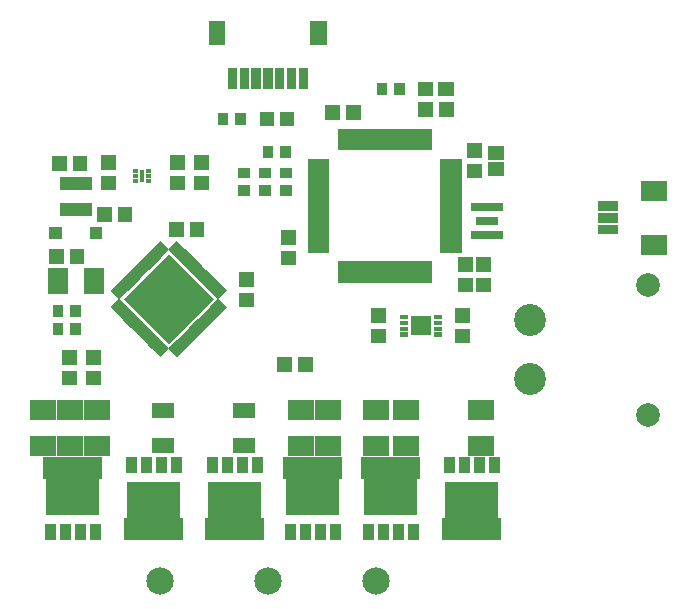
<source format=gts>
G04 Layer: TopSolderMaskLayer*
G04 EasyEDA v6.4.17, 2021-03-02T09:49:47--3:00*
G04 75982556833f470fbfa1e054b907e15e,59636247558045d2802cba280e4ac9d9,10*
G04 Gerber Generator version 0.2*
G04 Scale: 100 percent, Rotated: No, Reflected: No *
G04 Dimensions in inches *
G04 leading zeros omitted , absolute positions ,3 integer and 6 decimal *
%FSLAX36Y36*%
%MOIN*%

%ADD64R,0.0510X0.0470*%
%ADD80R,0.0158X0.0410*%
%ADD81C,0.0907*%
%ADD87C,0.1064*%
%ADD88C,0.0789*%

%LPD*%
G36*
X549200Y-25199D02*
G01*
X549200Y6400D01*
X618199Y6400D01*
X618199Y-25199D01*
G37*
G36*
X549200Y14200D02*
G01*
X549200Y45799D01*
X618199Y45799D01*
X618199Y14200D01*
G37*
G36*
X549200Y53599D02*
G01*
X549200Y85200D01*
X618199Y85200D01*
X618199Y53599D01*
G37*
G36*
X692900Y87000D02*
G01*
X692900Y154099D01*
X779600Y154099D01*
X779600Y87000D01*
G37*
G36*
X692900Y-94100D02*
G01*
X692900Y-26999D01*
X779600Y-26999D01*
X779600Y-94100D01*
G37*
G36*
X184300Y223900D02*
G01*
X184300Y271200D01*
X235699Y271200D01*
X235699Y223900D01*
G37*
G36*
X184300Y168800D02*
G01*
X184300Y216100D01*
X235699Y216100D01*
X235699Y168800D01*
G37*
G36*
X-1243200Y121599D02*
G01*
X-1243200Y165000D01*
X-1136800Y165000D01*
X-1136800Y121599D01*
G37*
G36*
X-1243200Y35000D02*
G01*
X-1243200Y78400D01*
X-1136800Y78400D01*
X-1136800Y35000D01*
G37*
D64*
G01*
X-486500Y360000D03*
G01*
X-553500Y360000D03*
G36*
X-48999Y436500D02*
G01*
X-48999Y483499D01*
X2000Y483499D01*
X2000Y436500D01*
G37*
G36*
X17999Y436500D02*
G01*
X17999Y483499D01*
X68999Y483499D01*
X68999Y436500D01*
G37*
G36*
X-447699Y459200D02*
G01*
X-447699Y528199D01*
X-416100Y528199D01*
X-416100Y459200D01*
G37*
G36*
X-487100Y459200D02*
G01*
X-487100Y528199D01*
X-455400Y528199D01*
X-455400Y459200D01*
G37*
G36*
X-526400Y459200D02*
G01*
X-526400Y528199D01*
X-494800Y528199D01*
X-494800Y459200D01*
G37*
G36*
X-565800Y459200D02*
G01*
X-565800Y528199D01*
X-534200Y528199D01*
X-534200Y459200D01*
G37*
G36*
X-605200Y459200D02*
G01*
X-605200Y528199D01*
X-573600Y528199D01*
X-573600Y459200D01*
G37*
G36*
X-644600Y459200D02*
G01*
X-644600Y528199D01*
X-612900Y528199D01*
X-612900Y459200D01*
G37*
G36*
X-408300Y606800D02*
G01*
X-408300Y685699D01*
X-353100Y685699D01*
X-353100Y606800D01*
G37*
G36*
X-746900Y606800D02*
G01*
X-746900Y685699D01*
X-691700Y685699D01*
X-691700Y606800D01*
G37*
G36*
X-683900Y459200D02*
G01*
X-683900Y528199D01*
X-652300Y528199D01*
X-652300Y459200D01*
G37*
G36*
X-1242800Y-1044100D02*
G01*
X-1242800Y-990900D01*
X-1207200Y-990900D01*
X-1207200Y-1044100D01*
G37*
G36*
X-1292800Y-1043900D02*
G01*
X-1292800Y-990699D01*
X-1257200Y-990699D01*
X-1257200Y-1043900D01*
G37*
G36*
X-1192800Y-1044100D02*
G01*
X-1192800Y-990900D01*
X-1157200Y-990900D01*
X-1157200Y-1044100D01*
G37*
G36*
X-1142800Y-1043900D02*
G01*
X-1142800Y-990699D01*
X-1107200Y-990699D01*
X-1107200Y-1043900D01*
G37*
G36*
X-1288600Y-959100D02*
G01*
X-1288600Y-839000D01*
X-1298500Y-839000D01*
X-1298500Y-766000D01*
X-1101500Y-766000D01*
X-1101500Y-839000D01*
X-1111400Y-839000D01*
X-1111400Y-959100D01*
G37*
G36*
X-922800Y-819100D02*
G01*
X-922800Y-765900D01*
X-887200Y-765900D01*
X-887200Y-819100D01*
G37*
G36*
X-872800Y-819300D02*
G01*
X-872800Y-766100D01*
X-837200Y-766100D01*
X-837200Y-819300D01*
G37*
G36*
X-972800Y-819100D02*
G01*
X-972800Y-765900D01*
X-937200Y-765900D01*
X-937200Y-819100D01*
G37*
G36*
X-1022800Y-819300D02*
G01*
X-1022800Y-766100D01*
X-987200Y-766100D01*
X-987200Y-819300D01*
G37*
G36*
X-1028500Y-1044000D02*
G01*
X-1028500Y-971000D01*
X-1018600Y-971000D01*
X-1018600Y-850900D01*
X-841400Y-850900D01*
X-841400Y-971000D01*
X-831500Y-971000D01*
X-831500Y-1044000D01*
G37*
G36*
X-442800Y-1044100D02*
G01*
X-442800Y-990900D01*
X-407200Y-990900D01*
X-407200Y-1044100D01*
G37*
G36*
X-492800Y-1043900D02*
G01*
X-492800Y-990699D01*
X-457200Y-990699D01*
X-457200Y-1043900D01*
G37*
G36*
X-392800Y-1044100D02*
G01*
X-392800Y-990900D01*
X-357200Y-990900D01*
X-357200Y-1044100D01*
G37*
G36*
X-342800Y-1043900D02*
G01*
X-342800Y-990699D01*
X-307200Y-990699D01*
X-307200Y-1043900D01*
G37*
G36*
X-488600Y-959100D02*
G01*
X-488600Y-839000D01*
X-498500Y-839000D01*
X-498500Y-766000D01*
X-301500Y-766000D01*
X-301500Y-839000D01*
X-311400Y-839000D01*
X-311400Y-959100D01*
G37*
G36*
X-652800Y-819100D02*
G01*
X-652800Y-765900D01*
X-617200Y-765900D01*
X-617200Y-819100D01*
G37*
G36*
X-602800Y-819300D02*
G01*
X-602800Y-766100D01*
X-567200Y-766100D01*
X-567200Y-819300D01*
G37*
G36*
X-702800Y-819100D02*
G01*
X-702800Y-765900D01*
X-667200Y-765900D01*
X-667200Y-819100D01*
G37*
G36*
X-752800Y-819300D02*
G01*
X-752800Y-766100D01*
X-717200Y-766100D01*
X-717200Y-819300D01*
G37*
G36*
X-758500Y-1044000D02*
G01*
X-758500Y-971000D01*
X-748600Y-971000D01*
X-748600Y-850900D01*
X-571400Y-850900D01*
X-571400Y-971000D01*
X-561500Y-971000D01*
X-561500Y-1044000D01*
G37*
G36*
X-182800Y-1044100D02*
G01*
X-182800Y-990900D01*
X-147200Y-990900D01*
X-147200Y-1044100D01*
G37*
G36*
X-232800Y-1043900D02*
G01*
X-232800Y-990699D01*
X-197200Y-990699D01*
X-197200Y-1043900D01*
G37*
G36*
X-132800Y-1044100D02*
G01*
X-132800Y-990900D01*
X-97199Y-990900D01*
X-97199Y-1044100D01*
G37*
G36*
X-82800Y-1043900D02*
G01*
X-82800Y-990699D01*
X-47199Y-990699D01*
X-47199Y-1043900D01*
G37*
G36*
X-228600Y-959100D02*
G01*
X-228600Y-839000D01*
X-238500Y-839000D01*
X-238500Y-766000D01*
X-41499Y-766000D01*
X-41499Y-839000D01*
X-51400Y-839000D01*
X-51400Y-959100D01*
G37*
G36*
X137200Y-819100D02*
G01*
X137200Y-765900D01*
X172800Y-765900D01*
X172800Y-819100D01*
G37*
G36*
X187200Y-819300D02*
G01*
X187200Y-766100D01*
X222800Y-766100D01*
X222800Y-819300D01*
G37*
G36*
X87199Y-819100D02*
G01*
X87199Y-765900D01*
X122800Y-765900D01*
X122800Y-819100D01*
G37*
G36*
X37199Y-819300D02*
G01*
X37199Y-766100D01*
X72800Y-766100D01*
X72800Y-819300D01*
G37*
G36*
X31499Y-1044000D02*
G01*
X31499Y-971000D01*
X41400Y-971000D01*
X41400Y-850900D01*
X218600Y-850900D01*
X218600Y-971000D01*
X228499Y-971000D01*
X228499Y-1044000D01*
G37*
G36*
X-579000Y161800D02*
G01*
X-579000Y197500D01*
X-541000Y197500D01*
X-541000Y161800D01*
G37*
G36*
X-579000Y102500D02*
G01*
X-579000Y138200D01*
X-541000Y138200D01*
X-541000Y102500D01*
G37*
G36*
X-509000Y161800D02*
G01*
X-509000Y197500D01*
X-471000Y197500D01*
X-471000Y161800D01*
G37*
G36*
X-509000Y102500D02*
G01*
X-509000Y138200D01*
X-471000Y138200D01*
X-471000Y102500D01*
G37*
G36*
X-567500Y231000D02*
G01*
X-567500Y269000D01*
X-531800Y269000D01*
X-531800Y231000D01*
G37*
G36*
X-508200Y231000D02*
G01*
X-508200Y269000D01*
X-472500Y269000D01*
X-472500Y231000D01*
G37*
G36*
X-665500Y-754000D02*
G01*
X-665500Y-702400D01*
X-594500Y-702400D01*
X-594500Y-754000D01*
G37*
G36*
X-665500Y-637600D02*
G01*
X-665500Y-586000D01*
X-594500Y-586000D01*
X-594500Y-637600D01*
G37*
G36*
X-935500Y-754000D02*
G01*
X-935500Y-702400D01*
X-864500Y-702400D01*
X-864500Y-754000D01*
G37*
G36*
X-935500Y-637600D02*
G01*
X-935500Y-586000D01*
X-864500Y-586000D01*
X-864500Y-637600D01*
G37*
G36*
X-187500Y440999D02*
G01*
X-187500Y479000D01*
X-151800Y479000D01*
X-151800Y440999D01*
G37*
G36*
X-128200Y440999D02*
G01*
X-128200Y479000D01*
X-92500Y479000D01*
X-92500Y440999D01*
G37*
G36*
X126800Y-41000D02*
G01*
X126800Y-13399D01*
X233199Y-13399D01*
X233199Y-41000D01*
G37*
G36*
X144500Y6200D02*
G01*
X144500Y33799D01*
X215499Y33799D01*
X215499Y6200D01*
G37*
G36*
X126800Y53400D02*
G01*
X126800Y81000D01*
X233199Y81000D01*
X233199Y53400D01*
G37*
G36*
X-317500Y-186000D02*
G01*
X-317500Y-115000D01*
X-297500Y-115000D01*
X-297500Y-186000D01*
G37*
G36*
X-297500Y-186000D02*
G01*
X-297500Y-115000D01*
X-277500Y-115000D01*
X-277500Y-186000D01*
G37*
G36*
X-277500Y-186000D02*
G01*
X-277500Y-115000D01*
X-257500Y-115000D01*
X-257500Y-186000D01*
G37*
G36*
X-258500Y-186000D02*
G01*
X-258500Y-115000D01*
X-238500Y-115000D01*
X-238500Y-186000D01*
G37*
G36*
X-238500Y-186000D02*
G01*
X-238500Y-115000D01*
X-218500Y-115000D01*
X-218500Y-186000D01*
G37*
G36*
X-218500Y-186000D02*
G01*
X-218500Y-115000D01*
X-198500Y-115000D01*
X-198500Y-186000D01*
G37*
G36*
X-199500Y-186000D02*
G01*
X-199500Y-115000D01*
X-179500Y-115000D01*
X-179500Y-186000D01*
G37*
G36*
X-179500Y-186000D02*
G01*
X-179500Y-115000D01*
X-159500Y-115000D01*
X-159500Y-186000D01*
G37*
G36*
X-159500Y-186000D02*
G01*
X-159500Y-115000D01*
X-139500Y-115000D01*
X-139500Y-186000D01*
G37*
G36*
X-140499Y-186000D02*
G01*
X-140499Y-115000D01*
X-120499Y-115000D01*
X-120499Y-186000D01*
G37*
G36*
X-120499Y-186000D02*
G01*
X-120499Y-115000D01*
X-100499Y-115000D01*
X-100499Y-186000D01*
G37*
G36*
X-100499Y-186000D02*
G01*
X-100499Y-115000D01*
X-80499Y-115000D01*
X-80499Y-186000D01*
G37*
G36*
X-80499Y-186000D02*
G01*
X-80499Y-115000D01*
X-60499Y-115000D01*
X-60499Y-186000D01*
G37*
G36*
X-61499Y-186000D02*
G01*
X-61499Y-115000D01*
X-41499Y-115000D01*
X-41499Y-186000D01*
G37*
G36*
X-41499Y-186000D02*
G01*
X-41499Y-115000D01*
X-21499Y-115000D01*
X-21499Y-186000D01*
G37*
G36*
X-21499Y-186000D02*
G01*
X-21499Y-115000D01*
X-1499Y-115000D01*
X-1499Y-186000D01*
G37*
G36*
X-416000Y207500D02*
G01*
X-416000Y227500D01*
X-345000Y227500D01*
X-345000Y207500D01*
G37*
G36*
X-416000Y187500D02*
G01*
X-416000Y207500D01*
X-345000Y207500D01*
X-345000Y187500D01*
G37*
G36*
X-416000Y167500D02*
G01*
X-416000Y187500D01*
X-345000Y187500D01*
X-345000Y167500D01*
G37*
G36*
X-416000Y148500D02*
G01*
X-416000Y168500D01*
X-345000Y168500D01*
X-345000Y148500D01*
G37*
G36*
X-416000Y128500D02*
G01*
X-416000Y148500D01*
X-345000Y148500D01*
X-345000Y128500D01*
G37*
G36*
X-416000Y108500D02*
G01*
X-416000Y128500D01*
X-345000Y128500D01*
X-345000Y108500D01*
G37*
G36*
X-416000Y89500D02*
G01*
X-416000Y109500D01*
X-345000Y109500D01*
X-345000Y89500D01*
G37*
G36*
X-416000Y69500D02*
G01*
X-416000Y89500D01*
X-345000Y89500D01*
X-345000Y69500D01*
G37*
G36*
X-416000Y49499D02*
G01*
X-416000Y69500D01*
X-345000Y69500D01*
X-345000Y49499D01*
G37*
G36*
X-416000Y30500D02*
G01*
X-416000Y50499D01*
X-345000Y50499D01*
X-345000Y30500D01*
G37*
G36*
X-416000Y10500D02*
G01*
X-416000Y30500D01*
X-345000Y30500D01*
X-345000Y10500D01*
G37*
G36*
X-416000Y-9499D02*
G01*
X-416000Y10500D01*
X-345000Y10500D01*
X-345000Y-9499D01*
G37*
G36*
X-416000Y-29499D02*
G01*
X-416000Y-9499D01*
X-345000Y-9499D01*
X-345000Y-29499D01*
G37*
G36*
X-416000Y-48500D02*
G01*
X-416000Y-28500D01*
X-345000Y-28500D01*
X-345000Y-48500D01*
G37*
G36*
X-416000Y-68500D02*
G01*
X-416000Y-48500D01*
X-345000Y-48500D01*
X-345000Y-68500D01*
G37*
G36*
X-416000Y-88500D02*
G01*
X-416000Y-68500D01*
X-345000Y-68500D01*
X-345000Y-88500D01*
G37*
G36*
X-317500Y255000D02*
G01*
X-317500Y326000D01*
X-297500Y326000D01*
X-297500Y255000D01*
G37*
G36*
X-297500Y255000D02*
G01*
X-297500Y326000D01*
X-277500Y326000D01*
X-277500Y255000D01*
G37*
G36*
X-277500Y255000D02*
G01*
X-277500Y326000D01*
X-257500Y326000D01*
X-257500Y255000D01*
G37*
G36*
X-258500Y255000D02*
G01*
X-258500Y326000D01*
X-238500Y326000D01*
X-238500Y255000D01*
G37*
G36*
X-238500Y255000D02*
G01*
X-238500Y326000D01*
X-218500Y326000D01*
X-218500Y255000D01*
G37*
G36*
X-218500Y255000D02*
G01*
X-218500Y326000D01*
X-198500Y326000D01*
X-198500Y255000D01*
G37*
G36*
X-199500Y255000D02*
G01*
X-199500Y326000D01*
X-179500Y326000D01*
X-179500Y255000D01*
G37*
G36*
X-179500Y255000D02*
G01*
X-179500Y326000D01*
X-159500Y326000D01*
X-159500Y255000D01*
G37*
G36*
X-159500Y255000D02*
G01*
X-159500Y326000D01*
X-139500Y326000D01*
X-139500Y255000D01*
G37*
G36*
X-140499Y255000D02*
G01*
X-140499Y326000D01*
X-120499Y326000D01*
X-120499Y255000D01*
G37*
G36*
X-120499Y255000D02*
G01*
X-120499Y326000D01*
X-100499Y326000D01*
X-100499Y255000D01*
G37*
G36*
X-100499Y255000D02*
G01*
X-100499Y326000D01*
X-80499Y326000D01*
X-80499Y255000D01*
G37*
G36*
X-80499Y255000D02*
G01*
X-80499Y326000D01*
X-60499Y326000D01*
X-60499Y255000D01*
G37*
G36*
X-61499Y255000D02*
G01*
X-61499Y326000D01*
X-41499Y326000D01*
X-41499Y255000D01*
G37*
G36*
X-41499Y255000D02*
G01*
X-41499Y326000D01*
X-21499Y326000D01*
X-21499Y255000D01*
G37*
G36*
X-21499Y255000D02*
G01*
X-21499Y326000D01*
X-1499Y326000D01*
X-1499Y255000D01*
G37*
G36*
X25000Y207500D02*
G01*
X25000Y227500D01*
X95999Y227500D01*
X95999Y207500D01*
G37*
G36*
X25000Y187500D02*
G01*
X25000Y207500D01*
X95999Y207500D01*
X95999Y187500D01*
G37*
G36*
X25000Y167500D02*
G01*
X25000Y187500D01*
X95999Y187500D01*
X95999Y167500D01*
G37*
G36*
X25000Y148500D02*
G01*
X25000Y168500D01*
X95999Y168500D01*
X95999Y148500D01*
G37*
G36*
X25000Y128500D02*
G01*
X25000Y148500D01*
X95999Y148500D01*
X95999Y128500D01*
G37*
G36*
X25000Y108500D02*
G01*
X25000Y128500D01*
X95999Y128500D01*
X95999Y108500D01*
G37*
G36*
X25000Y89500D02*
G01*
X25000Y109500D01*
X95999Y109500D01*
X95999Y89500D01*
G37*
G36*
X25000Y69500D02*
G01*
X25000Y89500D01*
X95999Y89500D01*
X95999Y69500D01*
G37*
G36*
X25000Y49499D02*
G01*
X25000Y69500D01*
X95999Y69500D01*
X95999Y49499D01*
G37*
G36*
X25000Y30500D02*
G01*
X25000Y50499D01*
X95999Y50499D01*
X95999Y30500D01*
G37*
G36*
X25000Y10500D02*
G01*
X25000Y30500D01*
X95999Y30500D01*
X95999Y10500D01*
G37*
G36*
X25000Y-9499D02*
G01*
X25000Y10500D01*
X95999Y10500D01*
X95999Y-9499D01*
G37*
G36*
X25000Y-29499D02*
G01*
X25000Y-9499D01*
X95999Y-9499D01*
X95999Y-29499D01*
G37*
G36*
X25000Y-48500D02*
G01*
X25000Y-28500D01*
X95999Y-28500D01*
X95999Y-48500D01*
G37*
G36*
X25000Y-68500D02*
G01*
X25000Y-48500D01*
X95999Y-48500D01*
X95999Y-68500D01*
G37*
G36*
X25000Y-88500D02*
G01*
X25000Y-68500D01*
X95999Y-68500D01*
X95999Y-88500D01*
G37*
G36*
X-1060200Y-281500D02*
G01*
X-1074200Y-267500D01*
X-1044900Y-238100D01*
X-1030900Y-252100D01*
G37*
G36*
X-1046800Y-294900D02*
G01*
X-1060800Y-280900D01*
X-1031500Y-251600D01*
X-1017500Y-265600D01*
G37*
G36*
X-1032599Y-309000D02*
G01*
X-1046600Y-295000D01*
X-1017299Y-265700D01*
X-1003300Y-279700D01*
G37*
G36*
X-1018500Y-323200D02*
G01*
X-1032500Y-309200D01*
X-1003199Y-279900D01*
X-989200Y-293900D01*
G37*
G36*
X-1005000Y-336599D02*
G01*
X-1019000Y-322600D01*
X-989700Y-293300D01*
X-975699Y-307300D01*
G37*
G36*
X-990900Y-350800D02*
G01*
X-1004900Y-336800D01*
X-975600Y-307400D01*
X-961600Y-321400D01*
G37*
G36*
X-976800Y-364900D02*
G01*
X-990800Y-350900D01*
X-961400Y-321599D01*
X-947400Y-335600D01*
G37*
G36*
X-962599Y-379000D02*
G01*
X-976600Y-365000D01*
X-947299Y-335700D01*
X-933300Y-349700D01*
G37*
G36*
X-949200Y-392500D02*
G01*
X-963199Y-378500D01*
X-933900Y-349200D01*
X-919900Y-363200D01*
G37*
G36*
X-935000Y-406599D02*
G01*
X-949000Y-392600D01*
X-919700Y-363300D01*
X-905699Y-377300D01*
G37*
G36*
X-920900Y-420800D02*
G01*
X-934900Y-406800D01*
X-905600Y-377400D01*
X-891600Y-391400D01*
G37*
G36*
X-907500Y-434200D02*
G01*
X-921500Y-420199D01*
X-892200Y-390900D01*
X-878199Y-404900D01*
G37*
G36*
X-852500Y-434300D02*
G01*
X-881900Y-404900D01*
X-867899Y-390900D01*
X-838500Y-420300D01*
G37*
G36*
X-839100Y-420800D02*
G01*
X-868500Y-391400D01*
X-854500Y-377400D01*
X-825100Y-406800D01*
G37*
G36*
X-824900Y-406700D02*
G01*
X-854300Y-377300D01*
X-840300Y-363300D01*
X-810900Y-392699D01*
G37*
G36*
X-810800Y-392500D02*
G01*
X-840200Y-363200D01*
X-826200Y-349200D01*
X-796800Y-378500D01*
G37*
G36*
X-797400Y-379099D02*
G01*
X-826700Y-349700D01*
X-812700Y-335700D01*
X-783400Y-365100D01*
G37*
G36*
X-783199Y-365000D02*
G01*
X-812600Y-335600D01*
X-798600Y-321599D01*
X-769200Y-351000D01*
G37*
G36*
X-769100Y-350800D02*
G01*
X-798500Y-321400D01*
X-784500Y-307400D01*
X-755100Y-336800D01*
G37*
G36*
X-754900Y-336700D02*
G01*
X-784300Y-307300D01*
X-770300Y-293300D01*
X-740900Y-322699D01*
G37*
G36*
X-741500Y-323200D02*
G01*
X-770900Y-293900D01*
X-756900Y-279900D01*
X-727500Y-309200D01*
G37*
G36*
X-727400Y-309100D02*
G01*
X-756700Y-279700D01*
X-742700Y-265700D01*
X-713400Y-295100D01*
G37*
G36*
X-713199Y-295000D02*
G01*
X-742600Y-265600D01*
X-728600Y-251600D01*
X-699200Y-281000D01*
G37*
G36*
X-699800Y-281500D02*
G01*
X-729200Y-252100D01*
X-715200Y-238100D01*
X-685800Y-267500D01*
G37*
G36*
X-715200Y-241900D02*
G01*
X-729200Y-227900D01*
X-699800Y-198500D01*
X-685800Y-212500D01*
G37*
G36*
X-728600Y-228500D02*
G01*
X-742600Y-214500D01*
X-713199Y-185099D01*
X-699200Y-199100D01*
G37*
G36*
X-742700Y-214300D02*
G01*
X-756700Y-200300D01*
X-727400Y-170900D01*
X-713400Y-184900D01*
G37*
G36*
X-756900Y-200200D02*
G01*
X-770900Y-186199D01*
X-741500Y-156800D01*
X-727500Y-170799D01*
G37*
G36*
X-770300Y-186700D02*
G01*
X-784300Y-172700D01*
X-754900Y-143400D01*
X-740900Y-157400D01*
G37*
G36*
X-784500Y-172599D02*
G01*
X-798500Y-158600D01*
X-769100Y-129200D01*
X-755100Y-143200D01*
G37*
G36*
X-798600Y-158500D02*
G01*
X-812600Y-144500D01*
X-783199Y-115100D01*
X-769200Y-129100D01*
G37*
G36*
X-812700Y-144300D02*
G01*
X-826700Y-130300D01*
X-797400Y-100900D01*
X-783400Y-114900D01*
G37*
G36*
X-826200Y-130900D02*
G01*
X-840200Y-116900D01*
X-810800Y-87500D01*
X-796800Y-101499D01*
G37*
G36*
X-840300Y-116700D02*
G01*
X-854300Y-102700D01*
X-824900Y-73400D01*
X-810900Y-87399D01*
G37*
G36*
X-854500Y-102600D02*
G01*
X-868500Y-88600D01*
X-839100Y-59200D01*
X-825100Y-73200D01*
G37*
G36*
X-867899Y-89200D02*
G01*
X-881900Y-75200D01*
X-852500Y-45799D01*
X-838500Y-59800D01*
G37*
G36*
X-892200Y-89200D02*
G01*
X-921500Y-59800D01*
X-907500Y-45799D01*
X-878199Y-75200D01*
G37*
G36*
X-905600Y-102600D02*
G01*
X-935000Y-73200D01*
X-921000Y-59200D01*
X-891600Y-88600D01*
G37*
G36*
X-919700Y-116700D02*
G01*
X-949100Y-87399D01*
X-935099Y-73400D01*
X-905699Y-102700D01*
G37*
G36*
X-933900Y-130900D02*
G01*
X-963300Y-101499D01*
X-949300Y-87500D01*
X-919900Y-116900D01*
G37*
G36*
X-947299Y-144300D02*
G01*
X-976700Y-114900D01*
X-962700Y-100900D01*
X-933300Y-130300D01*
G37*
G36*
X-961400Y-158500D02*
G01*
X-990800Y-129100D01*
X-976800Y-115100D01*
X-947400Y-144500D01*
G37*
G36*
X-975600Y-172599D02*
G01*
X-1005000Y-143200D01*
X-991000Y-129200D01*
X-961600Y-158600D01*
G37*
G36*
X-989700Y-186700D02*
G01*
X-1019100Y-157400D01*
X-1005099Y-143400D01*
X-975699Y-172700D01*
G37*
G36*
X-1003199Y-200200D02*
G01*
X-1032500Y-170799D01*
X-1018500Y-156800D01*
X-989200Y-186199D01*
G37*
G36*
X-1017299Y-214300D02*
G01*
X-1046700Y-184900D01*
X-1032700Y-170900D01*
X-1003300Y-200300D01*
G37*
G36*
X-1031500Y-228500D02*
G01*
X-1060800Y-199100D01*
X-1046800Y-185099D01*
X-1017500Y-214500D01*
G37*
G36*
X-1044900Y-241900D02*
G01*
X-1074300Y-212500D01*
X-1060300Y-198500D01*
X-1030900Y-227900D01*
G37*
G36*
X-880000Y-389099D02*
G01*
X-1029100Y-240000D01*
X-880000Y-91000D01*
X-731000Y-240000D01*
G37*
G36*
X-109300Y-308000D02*
G01*
X-109300Y-293000D01*
X-82299Y-293000D01*
X-82299Y-308000D01*
G37*
G36*
X-109300Y-327699D02*
G01*
X-109300Y-312600D01*
X-82299Y-312600D01*
X-82299Y-327699D01*
G37*
G36*
X-109300Y-347400D02*
G01*
X-109300Y-332300D01*
X-82299Y-332300D01*
X-82299Y-347400D01*
G37*
G36*
X-109300Y-367000D02*
G01*
X-109300Y-352000D01*
X-82299Y-352000D01*
X-82299Y-367000D01*
G37*
G36*
X2299Y-367000D02*
G01*
X2299Y-352000D01*
X29299Y-352000D01*
X29299Y-367000D01*
G37*
G36*
X2299Y-347400D02*
G01*
X2299Y-332300D01*
X29299Y-332300D01*
X29299Y-347400D01*
G37*
G36*
X2299Y-327699D02*
G01*
X2299Y-312600D01*
X29299Y-312600D01*
X29299Y-327699D01*
G37*
G36*
X2299Y-308000D02*
G01*
X2299Y-293000D01*
X29299Y-293000D01*
X29299Y-308000D01*
G37*
G36*
X-72500Y-361500D02*
G01*
X-72500Y-298500D01*
X-7500Y-298500D01*
X-7500Y-361500D01*
G37*
G36*
X-957200Y147800D02*
G01*
X-957200Y160700D01*
X-939700Y160700D01*
X-939700Y147800D01*
G37*
G36*
X-957200Y163600D02*
G01*
X-957200Y176400D01*
X-939700Y176400D01*
X-939700Y163600D01*
G37*
G36*
X-957200Y179300D02*
G01*
X-957200Y192200D01*
X-939700Y192200D01*
X-939700Y179300D01*
G37*
G36*
X-1000399Y179300D02*
G01*
X-1000399Y192200D01*
X-982800Y192200D01*
X-982800Y179300D01*
G37*
G36*
X-1000399Y163600D02*
G01*
X-1000399Y176400D01*
X-982800Y176400D01*
X-982800Y163600D01*
G37*
G36*
X-1000399Y147800D02*
G01*
X-1000399Y160700D01*
X-982800Y160700D01*
X-982800Y147800D01*
G37*
D80*
G01*
X-970000Y170000D03*
D81*
G01*
X-910000Y-1180000D03*
G01*
X-550000Y-1180000D03*
G01*
X-190000Y-1180000D03*
G36*
X-483300Y-762599D02*
G01*
X-483300Y-695500D01*
X-396599Y-695500D01*
X-396599Y-762599D01*
G37*
G36*
X-483300Y-644600D02*
G01*
X-483300Y-577500D01*
X-396599Y-577500D01*
X-396599Y-644600D01*
G37*
G36*
X-1210700Y-125200D02*
G01*
X-1210700Y-74699D01*
X-1161400Y-74699D01*
X-1161400Y-125200D01*
G37*
G36*
X-1278700Y-125200D02*
G01*
X-1278700Y-74699D01*
X-1229300Y-74699D01*
X-1229300Y-125200D01*
G37*
G36*
X-1200700Y184799D02*
G01*
X-1200700Y235300D01*
X-1151400Y235300D01*
X-1151400Y184799D01*
G37*
G36*
X-1268700Y184799D02*
G01*
X-1268700Y235300D01*
X-1219300Y235300D01*
X-1219300Y184799D01*
G37*
G36*
X-1118600Y14800D02*
G01*
X-1118600Y65300D01*
X-1069400Y65300D01*
X-1069400Y14800D01*
G37*
G36*
X-1050700Y14800D02*
G01*
X-1050700Y65300D01*
X-1001400Y65300D01*
X-1001400Y14800D01*
G37*
G36*
X-1235300Y-528600D02*
G01*
X-1235300Y-479400D01*
X-1184800Y-479400D01*
X-1184800Y-528600D01*
G37*
G36*
X-1235300Y-460700D02*
G01*
X-1235300Y-411400D01*
X-1184800Y-411400D01*
X-1184800Y-460700D01*
G37*
G36*
X-1155300Y-528600D02*
G01*
X-1155300Y-479400D01*
X-1104800Y-479400D01*
X-1104800Y-528600D01*
G37*
G36*
X-1155300Y-460700D02*
G01*
X-1155300Y-411400D01*
X-1104800Y-411400D01*
X-1104800Y-460700D01*
G37*
G36*
X-878700Y-35199D02*
G01*
X-878700Y15300D01*
X-829400Y15300D01*
X-829400Y-35199D01*
G37*
G36*
X-810699Y-35199D02*
G01*
X-810699Y15300D01*
X-761400Y15300D01*
X-761400Y-35199D01*
G37*
G36*
X-1163400Y-762599D02*
G01*
X-1163400Y-695500D01*
X-1076700Y-695500D01*
X-1076700Y-762599D01*
G37*
G36*
X-1163400Y-644600D02*
G01*
X-1163400Y-577500D01*
X-1076700Y-577500D01*
X-1076700Y-644600D01*
G37*
G36*
X-358600Y354799D02*
G01*
X-358600Y405300D01*
X-309300Y405300D01*
X-309300Y354799D01*
G37*
G36*
X-290600Y354799D02*
G01*
X-290600Y405300D01*
X-241300Y405300D01*
X-241300Y354799D01*
G37*
G36*
X144800Y-150600D02*
G01*
X144800Y-101299D01*
X195300Y-101299D01*
X195300Y-150600D01*
G37*
G36*
X144800Y-218600D02*
G01*
X144800Y-169399D01*
X195300Y-169399D01*
X195300Y-218600D01*
G37*
G36*
X-1253400Y-762599D02*
G01*
X-1253400Y-695500D01*
X-1166700Y-695500D01*
X-1166700Y-762599D01*
G37*
G36*
X-1253400Y-644600D02*
G01*
X-1253400Y-577500D01*
X-1166700Y-577500D01*
X-1166700Y-644600D01*
G37*
G36*
X-233299Y-762599D02*
G01*
X-233299Y-695500D01*
X-146599Y-695500D01*
X-146599Y-762599D01*
G37*
G36*
X-233299Y-644600D02*
G01*
X-233299Y-577500D01*
X-146599Y-577500D01*
X-146599Y-644600D01*
G37*
G36*
X-133299Y-762599D02*
G01*
X-133299Y-695500D01*
X-46599Y-695500D01*
X-46599Y-762599D01*
G37*
G36*
X-133299Y-644600D02*
G01*
X-133299Y-577500D01*
X-46599Y-577500D01*
X-46599Y-644600D01*
G37*
G36*
X-393300Y-762599D02*
G01*
X-393300Y-695500D01*
X-306600Y-695500D01*
X-306600Y-762599D01*
G37*
G36*
X-393300Y-644600D02*
G01*
X-393300Y-577500D01*
X-306600Y-577500D01*
X-306600Y-644600D01*
G37*
G36*
X-1343400Y-762599D02*
G01*
X-1343400Y-695500D01*
X-1256700Y-695500D01*
X-1256700Y-762599D01*
G37*
G36*
X-1343400Y-644600D02*
G01*
X-1343400Y-577500D01*
X-1256700Y-577500D01*
X-1256700Y-644600D01*
G37*
G36*
X116700Y-644600D02*
G01*
X116700Y-577500D01*
X203400Y-577500D01*
X203400Y-644600D01*
G37*
G36*
X116700Y-762599D02*
G01*
X116700Y-695500D01*
X203400Y-695500D01*
X203400Y-762599D01*
G37*
G36*
X-1164600Y-223299D02*
G01*
X-1164600Y-136600D01*
X-1097500Y-136600D01*
X-1097500Y-223299D01*
G37*
G36*
X-1282600Y-223299D02*
G01*
X-1282600Y-136600D01*
X-1215400Y-136600D01*
X-1215400Y-223299D01*
G37*
G36*
X-450600Y-485300D02*
G01*
X-450600Y-434800D01*
X-401300Y-434800D01*
X-401300Y-485300D01*
G37*
G36*
X-518600Y-485300D02*
G01*
X-518600Y-434800D01*
X-469300Y-434800D01*
X-469300Y-485300D01*
G37*
G36*
X-875300Y121300D02*
G01*
X-875300Y170700D01*
X-824800Y170700D01*
X-824800Y121300D01*
G37*
G36*
X-875300Y189399D02*
G01*
X-875300Y238699D01*
X-824800Y238699D01*
X-824800Y189399D01*
G37*
G36*
X-795300Y121300D02*
G01*
X-795300Y170700D01*
X-744800Y170700D01*
X-744800Y121300D01*
G37*
G36*
X-795300Y189399D02*
G01*
X-795300Y238699D01*
X-744800Y238699D01*
X-744800Y189399D01*
G37*
G36*
X-48599Y364799D02*
G01*
X-48599Y415300D01*
X700Y415300D01*
X700Y364799D01*
G37*
G36*
X19399Y364799D02*
G01*
X19399Y415300D01*
X68699Y415300D01*
X68699Y364799D01*
G37*
G36*
X84799Y-150600D02*
G01*
X84799Y-101299D01*
X135300Y-101299D01*
X135300Y-150600D01*
G37*
G36*
X84799Y-218600D02*
G01*
X84799Y-169399D01*
X135300Y-169399D01*
X135300Y-218600D01*
G37*
G36*
X-505199Y-128600D02*
G01*
X-505199Y-79300D01*
X-454700Y-79300D01*
X-454700Y-128600D01*
G37*
G36*
X-505199Y-60599D02*
G01*
X-505199Y-11299D01*
X-454700Y-11299D01*
X-454700Y-60599D01*
G37*
G36*
X74799Y-388700D02*
G01*
X74799Y-339400D01*
X125300Y-339400D01*
X125300Y-388700D01*
G37*
G36*
X74799Y-320700D02*
G01*
X74799Y-271400D01*
X125300Y-271400D01*
X125300Y-320700D01*
G37*
G36*
X-205200Y-388700D02*
G01*
X-205200Y-339400D01*
X-154700Y-339400D01*
X-154700Y-388700D01*
G37*
G36*
X-205200Y-320700D02*
G01*
X-205200Y-271400D01*
X-154700Y-271400D01*
X-154700Y-320700D01*
G37*
G36*
X114800Y161400D02*
G01*
X114800Y210700D01*
X165300Y210700D01*
X165300Y161400D01*
G37*
G36*
X114800Y229399D02*
G01*
X114800Y278700D01*
X165300Y278700D01*
X165300Y229399D01*
G37*
G36*
X-1144000Y-41000D02*
G01*
X-1144000Y1000D01*
X-1102000Y1000D01*
X-1102000Y-41000D01*
G37*
G36*
X-1278000Y-41000D02*
G01*
X-1278000Y1000D01*
X-1236000Y1000D01*
X-1236000Y-41000D01*
G37*
G36*
X-1105300Y121300D02*
G01*
X-1105300Y170700D01*
X-1054800Y170700D01*
X-1054800Y121300D01*
G37*
G36*
X-1105300Y189399D02*
G01*
X-1105300Y238699D01*
X-1054800Y238699D01*
X-1054800Y189399D01*
G37*
G36*
X-1267500Y-299000D02*
G01*
X-1267500Y-261000D01*
X-1231800Y-261000D01*
X-1231800Y-299000D01*
G37*
G36*
X-1208200Y-299000D02*
G01*
X-1208200Y-261000D01*
X-1172500Y-261000D01*
X-1172500Y-299000D01*
G37*
G36*
X-1208200Y-359000D02*
G01*
X-1208200Y-321000D01*
X-1172500Y-321000D01*
X-1172500Y-359000D01*
G37*
G36*
X-1267500Y-359000D02*
G01*
X-1267500Y-321000D01*
X-1231800Y-321000D01*
X-1231800Y-359000D01*
G37*
G36*
X-649000Y102500D02*
G01*
X-649000Y138200D01*
X-611000Y138200D01*
X-611000Y102500D01*
G37*
G36*
X-649000Y161800D02*
G01*
X-649000Y197500D01*
X-611000Y197500D01*
X-611000Y161800D01*
G37*
G36*
X-717500Y341000D02*
G01*
X-717500Y379000D01*
X-681800Y379000D01*
X-681800Y341000D01*
G37*
G36*
X-658199Y341000D02*
G01*
X-658199Y379000D01*
X-622500Y379000D01*
X-622500Y341000D01*
G37*
D87*
G01*
X323160Y-508430D03*
G01*
X323160Y-311580D03*
D88*
G01*
X716860Y-193470D03*
G01*
X716860Y-626540D03*
G36*
X-645300Y-200600D02*
G01*
X-645300Y-151300D01*
X-594800Y-151300D01*
X-594800Y-200600D01*
G37*
G36*
X-645300Y-268600D02*
G01*
X-645300Y-219300D01*
X-594800Y-219300D01*
X-594800Y-268600D01*
G37*
M02*

</source>
